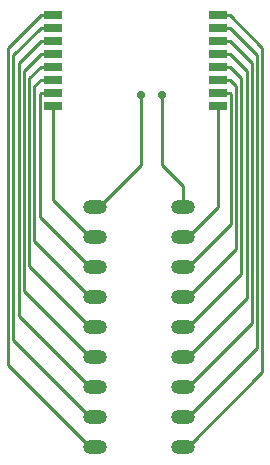
<source format=gbr>
G04 #@! TF.GenerationSoftware,KiCad,Pcbnew,(5.1.2)-2*
G04 #@! TF.CreationDate,2019-07-12T10:06:44-07:00*
G04 #@! TF.ProjectId,BLE PCB,424c4520-5043-4422-9e6b-696361645f70,v01*
G04 #@! TF.SameCoordinates,Original*
G04 #@! TF.FileFunction,Copper,L1,Top*
G04 #@! TF.FilePolarity,Positive*
%FSLAX46Y46*%
G04 Gerber Fmt 4.6, Leading zero omitted, Abs format (unit mm)*
G04 Created by KiCad (PCBNEW (5.1.2)-2) date 2019-07-12 10:06:44*
%MOMM*%
%LPD*%
G04 APERTURE LIST*
%ADD10C,0.700000*%
%ADD11R,1.500000X0.700000*%
%ADD12O,2.000000X1.200000*%
%ADD13C,0.250000*%
G04 APERTURE END LIST*
D10*
X137275000Y-78000000D03*
X135500000Y-77975000D03*
D11*
X128000000Y-71200000D03*
X128000000Y-72300000D03*
X128000000Y-73400000D03*
X128000000Y-74500000D03*
X128000000Y-75600000D03*
X128000000Y-76700000D03*
X128000000Y-77800000D03*
X128000000Y-78900000D03*
X142000000Y-78900000D03*
X142000000Y-77800000D03*
X142000000Y-76700000D03*
X142000000Y-75600000D03*
X142000000Y-74500000D03*
X142000000Y-73400000D03*
X142000000Y-72300000D03*
X142000000Y-71200000D03*
D12*
X131560000Y-107770000D03*
X139080000Y-107770000D03*
X131560000Y-105230000D03*
X139080000Y-105230000D03*
X131560000Y-102690000D03*
X139080000Y-102690000D03*
X131560000Y-100150000D03*
X139080000Y-100150000D03*
X131560000Y-97610000D03*
X139080000Y-97610000D03*
X131560000Y-95070000D03*
X139080000Y-95070000D03*
X131560000Y-92530000D03*
X139080000Y-92530000D03*
X131560000Y-89990000D03*
X139080000Y-89990000D03*
X131560000Y-87450000D03*
X139080000Y-87450000D03*
D13*
X139480000Y-92530000D02*
X139080000Y-92530000D01*
X143075001Y-88934999D02*
X139480000Y-92530000D01*
X143075001Y-77875001D02*
X143075001Y-88934999D01*
X143000000Y-77800000D02*
X143075001Y-77875001D01*
X142000000Y-77800000D02*
X143000000Y-77800000D01*
X139480000Y-89990000D02*
X139080000Y-89990000D01*
X142000000Y-87470000D02*
X139480000Y-89990000D01*
X142000000Y-78900000D02*
X142000000Y-87470000D01*
X131160000Y-107770000D02*
X131560000Y-107770000D01*
X124224939Y-100834939D02*
X131160000Y-107770000D01*
X124224939Y-73975061D02*
X124224939Y-100834939D01*
X127000000Y-71200000D02*
X124224939Y-73975061D01*
X128000000Y-71200000D02*
X127000000Y-71200000D01*
X139480000Y-107770000D02*
X139080000Y-107770000D01*
X145775060Y-101474940D02*
X139480000Y-107770000D01*
X145775060Y-73975060D02*
X145775060Y-101474940D01*
X143000000Y-71200000D02*
X145775060Y-73975060D01*
X142000000Y-71200000D02*
X143000000Y-71200000D01*
X131160000Y-105230000D02*
X131560000Y-105230000D01*
X124674949Y-98744949D02*
X131160000Y-105230000D01*
X124674949Y-74625051D02*
X124674949Y-98744949D01*
X127000000Y-72300000D02*
X124674949Y-74625051D01*
X128000000Y-72300000D02*
X127000000Y-72300000D01*
X139480000Y-105230000D02*
X139080000Y-105230000D01*
X145325050Y-99384950D02*
X139480000Y-105230000D01*
X145325050Y-74625050D02*
X145325050Y-99384950D01*
X143000000Y-72300000D02*
X145325050Y-74625050D01*
X142000000Y-72300000D02*
X143000000Y-72300000D01*
X131160000Y-102690000D02*
X131560000Y-102690000D01*
X125124959Y-96654959D02*
X131160000Y-102690000D01*
X125124959Y-75275041D02*
X125124959Y-96654959D01*
X127000000Y-73400000D02*
X125124959Y-75275041D01*
X128000000Y-73400000D02*
X127000000Y-73400000D01*
X139480000Y-102690000D02*
X139080000Y-102690000D01*
X144875041Y-97294959D02*
X139480000Y-102690000D01*
X144875041Y-75275041D02*
X144875041Y-97294959D01*
X143000000Y-73400000D02*
X144875041Y-75275041D01*
X142000000Y-73400000D02*
X143000000Y-73400000D01*
X131160000Y-100150000D02*
X131560000Y-100150000D01*
X125574969Y-94564969D02*
X131160000Y-100150000D01*
X125574969Y-75925031D02*
X125574969Y-94564969D01*
X127000000Y-74500000D02*
X125574969Y-75925031D01*
X128000000Y-74500000D02*
X127000000Y-74500000D01*
X139480000Y-100150000D02*
X139080000Y-100150000D01*
X144425031Y-95204969D02*
X139480000Y-100150000D01*
X144425031Y-75925031D02*
X144425031Y-95204969D01*
X143000000Y-74500000D02*
X144425031Y-75925031D01*
X142000000Y-74500000D02*
X143000000Y-74500000D01*
X131160000Y-97610000D02*
X131560000Y-97610000D01*
X126024979Y-92474979D02*
X131160000Y-97610000D01*
X126024979Y-76575021D02*
X126024979Y-92474979D01*
X127000000Y-75600000D02*
X126024979Y-76575021D01*
X128000000Y-75600000D02*
X127000000Y-75600000D01*
X139480000Y-97610000D02*
X139080000Y-97610000D01*
X143975021Y-93114979D02*
X139480000Y-97610000D01*
X143975021Y-76575021D02*
X143975021Y-93114979D01*
X143000000Y-75600000D02*
X143975021Y-76575021D01*
X142000000Y-75600000D02*
X143000000Y-75600000D01*
X131160000Y-95070000D02*
X131560000Y-95070000D01*
X126474989Y-90384989D02*
X131160000Y-95070000D01*
X126474989Y-77225011D02*
X126474989Y-90384989D01*
X127000000Y-76700000D02*
X126474989Y-77225011D01*
X128000000Y-76700000D02*
X127000000Y-76700000D01*
X139480000Y-95070000D02*
X139080000Y-95070000D01*
X143525011Y-91024989D02*
X139480000Y-95070000D01*
X143525011Y-77225011D02*
X143525011Y-91024989D01*
X143000000Y-76700000D02*
X143525011Y-77225011D01*
X142000000Y-76700000D02*
X143000000Y-76700000D01*
X131160000Y-92530000D02*
X131560000Y-92530000D01*
X126924999Y-88294999D02*
X131160000Y-92530000D01*
X126924999Y-77875001D02*
X126924999Y-88294999D01*
X127000000Y-77800000D02*
X126924999Y-77875001D01*
X128000000Y-77800000D02*
X127000000Y-77800000D01*
X137275000Y-78000000D02*
X137275000Y-83905000D01*
X139080000Y-85710000D02*
X139080000Y-87450000D01*
X137275000Y-83905000D02*
X139080000Y-85710000D01*
X131160000Y-89990000D02*
X131560000Y-89990000D01*
X128000000Y-86830000D02*
X131160000Y-89990000D01*
X128000000Y-78900000D02*
X128000000Y-86830000D01*
X131960000Y-87450000D02*
X131560000Y-87450000D01*
X135500000Y-83910000D02*
X131960000Y-87450000D01*
X135500000Y-77975000D02*
X135500000Y-83910000D01*
M02*

</source>
